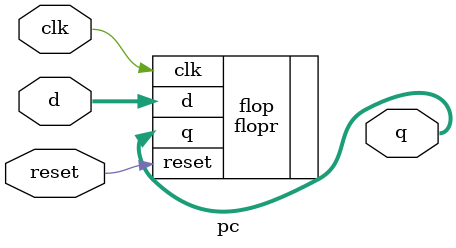
<source format=sv>
module pc ( input logic clk,reset,
				input logic [63:0] d,
				output logic [63:0] q);
				
				flopr flop (.clk(clk), .reset(reset), .d(d), .q(q));
				endmodule
				

</source>
